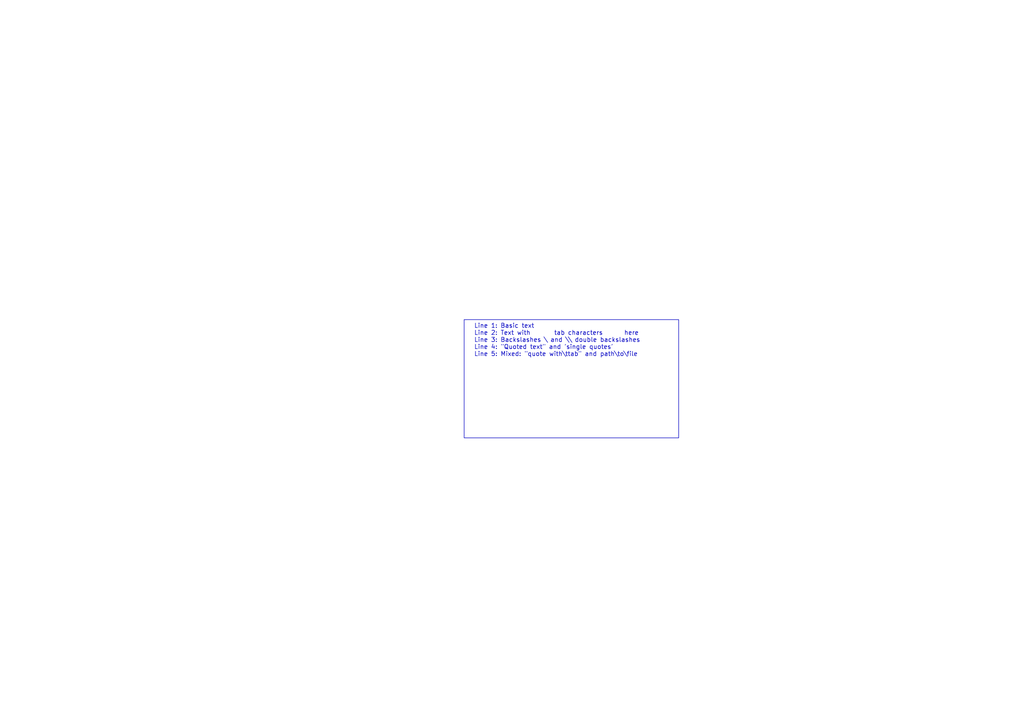
<source format=kicad_sch>
(kicad_sch
	(version 20250114)
	(generator "eeschema")
	(generator_version "9.0")
	(uuid "4415ba24-e2ea-4098-9d8d-2fe830315cf0")
	(paper "A4")
	(lib_symbols)
	(text_box "  Line 1: Basic text\n  Line 2: Text with	tab characters	here\n  Line 3: Backslashes \\ and \\\\ double backslashes\n  Line 4: \"Quoted text\" and 'single quotes'\n  Line 5: Mixed: \"quote with\\ttab\" and path\\to\\file"
		(exclude_from_sim no)
		(at 134.62 92.71 0)
		(size 62.23 34.29)
		(margins 0.9525 0.9525 0.9525 0.9525)
		(stroke
			(width 0)
			(type solid)
		)
		(fill
			(type none)
		)
		(effects
			(font
				(size 1.27 1.27)
			)
			(justify left top)
		)
		(uuid "f0023583-617a-46a7-aaab-3bd0a061aeee")
	)
	(sheet_instances
		(path "/"
			(page "1")
		)
	)
	(embedded_fonts no)
)

</source>
